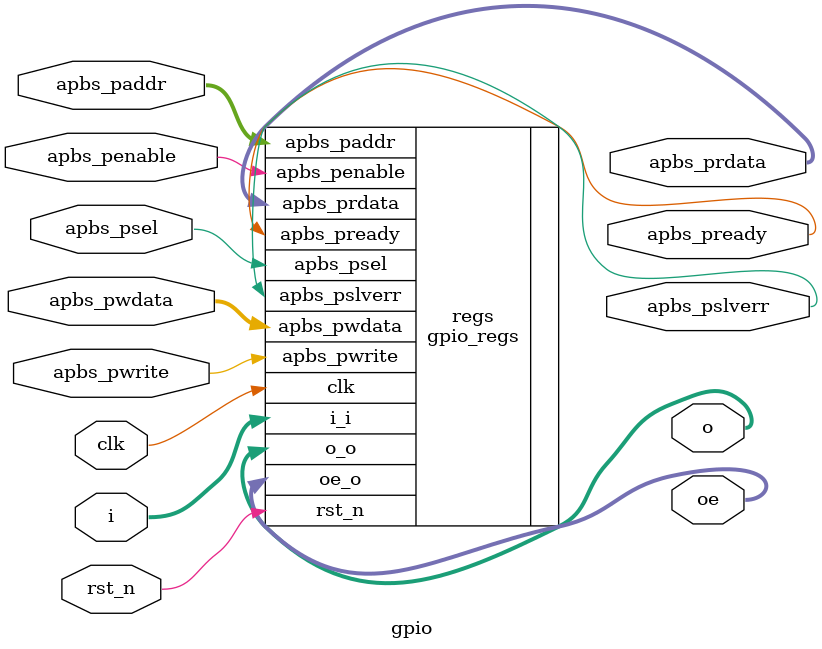
<source format=v>
/*****************************************************************************\
|                        Copyright (C) 2021 Luke Wren                         |
|                     SPDX-License-Identifier: Apache-2.0                     |
\*****************************************************************************/

module gpio #(
	parameter N_GPIOS = 8
) (
	input  wire clk,
	input  wire rst_n,

	input  wire               apbs_psel,
	input  wire               apbs_penable,
	input  wire               apbs_pwrite,
	input  wire [15:0]        apbs_paddr,
	input  wire [31:0]        apbs_pwdata,
	output wire [31:0]        apbs_prdata,
	output wire               apbs_pready,
	output wire               apbs_pslverr,

	output wire [N_GPIOS-1:0] o,
	output wire [N_GPIOS-1:0] oe,
	input  wire [N_GPIOS-1:0] i
);

gpio_regs regs (
	.clk          (clk),
	.rst_n        (rst_n),

	.apbs_psel    (apbs_psel),
	.apbs_penable (apbs_penable),
	.apbs_pwrite  (apbs_pwrite),
	.apbs_paddr   (apbs_paddr),
	.apbs_pwdata  (apbs_pwdata),
	.apbs_prdata  (apbs_prdata),
	.apbs_pready  (apbs_pready),
	.apbs_pslverr (apbs_pslverr),

	.o_o          (o),
	.oe_o         (oe),
	.i_i          (i)
);

endmodule

</source>
